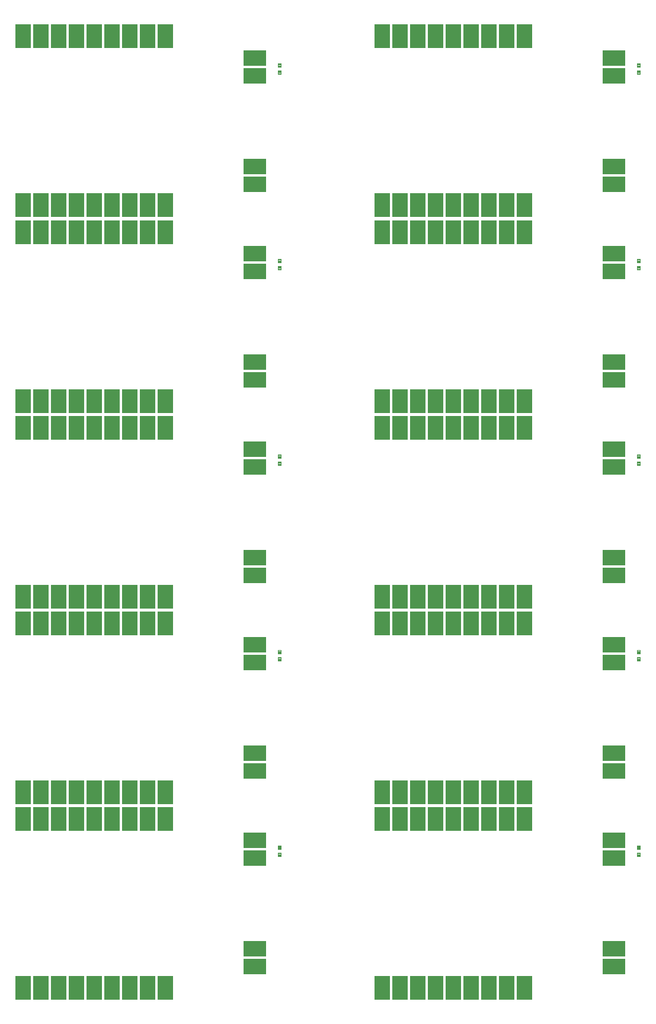
<source format=gbp>
G04 EAGLE Gerber RS-274X export*
G75*
%MOMM*%
%FSLAX34Y34*%
%LPD*%
%INSolderpaste Bottom*%
%IPPOS*%
%AMOC8*
5,1,8,0,0,1.08239X$1,22.5*%
G01*
%ADD10R,2.200000X3.400000*%
%ADD11R,3.254000X2.254000*%
%ADD12C,0.102000*%


D10*
X78600Y258211D03*
D11*
X409600Y227211D03*
X409600Y201811D03*
X409600Y72611D03*
X409600Y47211D03*
D10*
X104000Y258211D03*
X129400Y258211D03*
X154800Y258211D03*
X180200Y258211D03*
X205600Y258211D03*
X231000Y258211D03*
X256400Y258211D03*
X281800Y258211D03*
X78600Y16911D03*
X104000Y16911D03*
X129400Y16911D03*
X154800Y16911D03*
X180200Y16911D03*
X205600Y16911D03*
X231000Y16911D03*
X256400Y16911D03*
X281800Y16911D03*
D12*
X442010Y214651D02*
X442010Y219631D01*
X446990Y219631D01*
X446990Y214651D01*
X442010Y214651D01*
X442010Y215620D02*
X446990Y215620D01*
X446990Y216589D02*
X442010Y216589D01*
X442010Y217558D02*
X446990Y217558D01*
X446990Y218527D02*
X442010Y218527D01*
X442010Y219496D02*
X446990Y219496D01*
X442010Y209631D02*
X442010Y204651D01*
X442010Y209631D02*
X446990Y209631D01*
X446990Y204651D01*
X442010Y204651D01*
X442010Y205620D02*
X446990Y205620D01*
X446990Y206589D02*
X442010Y206589D01*
X442010Y207558D02*
X446990Y207558D01*
X446990Y208527D02*
X442010Y208527D01*
X442010Y209496D02*
X446990Y209496D01*
D10*
X591680Y258211D03*
D11*
X922680Y227211D03*
X922680Y201811D03*
X922680Y72611D03*
X922680Y47211D03*
D10*
X617080Y258211D03*
X642480Y258211D03*
X667880Y258211D03*
X693280Y258211D03*
X718680Y258211D03*
X744080Y258211D03*
X769480Y258211D03*
X794880Y258211D03*
X591680Y16911D03*
X617080Y16911D03*
X642480Y16911D03*
X667880Y16911D03*
X693280Y16911D03*
X718680Y16911D03*
X744080Y16911D03*
X769480Y16911D03*
X794880Y16911D03*
D12*
X955090Y214651D02*
X955090Y219631D01*
X960070Y219631D01*
X960070Y214651D01*
X955090Y214651D01*
X955090Y215620D02*
X960070Y215620D01*
X960070Y216589D02*
X955090Y216589D01*
X955090Y217558D02*
X960070Y217558D01*
X960070Y218527D02*
X955090Y218527D01*
X955090Y219496D02*
X960070Y219496D01*
X955090Y209631D02*
X955090Y204651D01*
X955090Y209631D02*
X960070Y209631D01*
X960070Y204651D01*
X955090Y204651D01*
X955090Y205620D02*
X960070Y205620D01*
X960070Y206589D02*
X955090Y206589D01*
X955090Y207558D02*
X960070Y207558D01*
X960070Y208527D02*
X955090Y208527D01*
X955090Y209496D02*
X960070Y209496D01*
D10*
X78600Y537687D03*
D11*
X409600Y506687D03*
X409600Y481287D03*
X409600Y352087D03*
X409600Y326687D03*
D10*
X104000Y537687D03*
X129400Y537687D03*
X154800Y537687D03*
X180200Y537687D03*
X205600Y537687D03*
X231000Y537687D03*
X256400Y537687D03*
X281800Y537687D03*
X78600Y296387D03*
X104000Y296387D03*
X129400Y296387D03*
X154800Y296387D03*
X180200Y296387D03*
X205600Y296387D03*
X231000Y296387D03*
X256400Y296387D03*
X281800Y296387D03*
D12*
X442010Y494127D02*
X442010Y499107D01*
X446990Y499107D01*
X446990Y494127D01*
X442010Y494127D01*
X442010Y495096D02*
X446990Y495096D01*
X446990Y496065D02*
X442010Y496065D01*
X442010Y497034D02*
X446990Y497034D01*
X446990Y498003D02*
X442010Y498003D01*
X442010Y498972D02*
X446990Y498972D01*
X442010Y489107D02*
X442010Y484127D01*
X442010Y489107D02*
X446990Y489107D01*
X446990Y484127D01*
X442010Y484127D01*
X442010Y485096D02*
X446990Y485096D01*
X446990Y486065D02*
X442010Y486065D01*
X442010Y487034D02*
X446990Y487034D01*
X446990Y488003D02*
X442010Y488003D01*
X442010Y488972D02*
X446990Y488972D01*
D10*
X591680Y537687D03*
D11*
X922680Y506687D03*
X922680Y481287D03*
X922680Y352087D03*
X922680Y326687D03*
D10*
X617080Y537687D03*
X642480Y537687D03*
X667880Y537687D03*
X693280Y537687D03*
X718680Y537687D03*
X744080Y537687D03*
X769480Y537687D03*
X794880Y537687D03*
X591680Y296387D03*
X617080Y296387D03*
X642480Y296387D03*
X667880Y296387D03*
X693280Y296387D03*
X718680Y296387D03*
X744080Y296387D03*
X769480Y296387D03*
X794880Y296387D03*
D12*
X955090Y494127D02*
X955090Y499107D01*
X960070Y499107D01*
X960070Y494127D01*
X955090Y494127D01*
X955090Y495096D02*
X960070Y495096D01*
X960070Y496065D02*
X955090Y496065D01*
X955090Y497034D02*
X960070Y497034D01*
X960070Y498003D02*
X955090Y498003D01*
X955090Y498972D02*
X960070Y498972D01*
X955090Y489107D02*
X955090Y484127D01*
X955090Y489107D02*
X960070Y489107D01*
X960070Y484127D01*
X955090Y484127D01*
X955090Y485096D02*
X960070Y485096D01*
X960070Y486065D02*
X955090Y486065D01*
X955090Y487034D02*
X960070Y487034D01*
X960070Y488003D02*
X955090Y488003D01*
X955090Y488972D02*
X960070Y488972D01*
D10*
X78600Y817163D03*
D11*
X409600Y786163D03*
X409600Y760763D03*
X409600Y631563D03*
X409600Y606163D03*
D10*
X104000Y817163D03*
X129400Y817163D03*
X154800Y817163D03*
X180200Y817163D03*
X205600Y817163D03*
X231000Y817163D03*
X256400Y817163D03*
X281800Y817163D03*
X78600Y575863D03*
X104000Y575863D03*
X129400Y575863D03*
X154800Y575863D03*
X180200Y575863D03*
X205600Y575863D03*
X231000Y575863D03*
X256400Y575863D03*
X281800Y575863D03*
D12*
X442010Y773603D02*
X442010Y778583D01*
X446990Y778583D01*
X446990Y773603D01*
X442010Y773603D01*
X442010Y774572D02*
X446990Y774572D01*
X446990Y775541D02*
X442010Y775541D01*
X442010Y776510D02*
X446990Y776510D01*
X446990Y777479D02*
X442010Y777479D01*
X442010Y778448D02*
X446990Y778448D01*
X442010Y768583D02*
X442010Y763603D01*
X442010Y768583D02*
X446990Y768583D01*
X446990Y763603D01*
X442010Y763603D01*
X442010Y764572D02*
X446990Y764572D01*
X446990Y765541D02*
X442010Y765541D01*
X442010Y766510D02*
X446990Y766510D01*
X446990Y767479D02*
X442010Y767479D01*
X442010Y768448D02*
X446990Y768448D01*
D10*
X591680Y817163D03*
D11*
X922680Y786163D03*
X922680Y760763D03*
X922680Y631563D03*
X922680Y606163D03*
D10*
X617080Y817163D03*
X642480Y817163D03*
X667880Y817163D03*
X693280Y817163D03*
X718680Y817163D03*
X744080Y817163D03*
X769480Y817163D03*
X794880Y817163D03*
X591680Y575863D03*
X617080Y575863D03*
X642480Y575863D03*
X667880Y575863D03*
X693280Y575863D03*
X718680Y575863D03*
X744080Y575863D03*
X769480Y575863D03*
X794880Y575863D03*
D12*
X955090Y773603D02*
X955090Y778583D01*
X960070Y778583D01*
X960070Y773603D01*
X955090Y773603D01*
X955090Y774572D02*
X960070Y774572D01*
X960070Y775541D02*
X955090Y775541D01*
X955090Y776510D02*
X960070Y776510D01*
X960070Y777479D02*
X955090Y777479D01*
X955090Y778448D02*
X960070Y778448D01*
X955090Y768583D02*
X955090Y763603D01*
X955090Y768583D02*
X960070Y768583D01*
X960070Y763603D01*
X955090Y763603D01*
X955090Y764572D02*
X960070Y764572D01*
X960070Y765541D02*
X955090Y765541D01*
X955090Y766510D02*
X960070Y766510D01*
X960070Y767479D02*
X955090Y767479D01*
X955090Y768448D02*
X960070Y768448D01*
D10*
X78600Y1096639D03*
D11*
X409600Y1065639D03*
X409600Y1040239D03*
X409600Y911039D03*
X409600Y885639D03*
D10*
X104000Y1096639D03*
X129400Y1096639D03*
X154800Y1096639D03*
X180200Y1096639D03*
X205600Y1096639D03*
X231000Y1096639D03*
X256400Y1096639D03*
X281800Y1096639D03*
X78600Y855339D03*
X104000Y855339D03*
X129400Y855339D03*
X154800Y855339D03*
X180200Y855339D03*
X205600Y855339D03*
X231000Y855339D03*
X256400Y855339D03*
X281800Y855339D03*
D12*
X442010Y1053079D02*
X442010Y1058059D01*
X446990Y1058059D01*
X446990Y1053079D01*
X442010Y1053079D01*
X442010Y1054048D02*
X446990Y1054048D01*
X446990Y1055017D02*
X442010Y1055017D01*
X442010Y1055986D02*
X446990Y1055986D01*
X446990Y1056955D02*
X442010Y1056955D01*
X442010Y1057924D02*
X446990Y1057924D01*
X442010Y1048059D02*
X442010Y1043079D01*
X442010Y1048059D02*
X446990Y1048059D01*
X446990Y1043079D01*
X442010Y1043079D01*
X442010Y1044048D02*
X446990Y1044048D01*
X446990Y1045017D02*
X442010Y1045017D01*
X442010Y1045986D02*
X446990Y1045986D01*
X446990Y1046955D02*
X442010Y1046955D01*
X442010Y1047924D02*
X446990Y1047924D01*
D10*
X591680Y1096639D03*
D11*
X922680Y1065639D03*
X922680Y1040239D03*
X922680Y911039D03*
X922680Y885639D03*
D10*
X617080Y1096639D03*
X642480Y1096639D03*
X667880Y1096639D03*
X693280Y1096639D03*
X718680Y1096639D03*
X744080Y1096639D03*
X769480Y1096639D03*
X794880Y1096639D03*
X591680Y855339D03*
X617080Y855339D03*
X642480Y855339D03*
X667880Y855339D03*
X693280Y855339D03*
X718680Y855339D03*
X744080Y855339D03*
X769480Y855339D03*
X794880Y855339D03*
D12*
X955090Y1053079D02*
X955090Y1058059D01*
X960070Y1058059D01*
X960070Y1053079D01*
X955090Y1053079D01*
X955090Y1054048D02*
X960070Y1054048D01*
X960070Y1055017D02*
X955090Y1055017D01*
X955090Y1055986D02*
X960070Y1055986D01*
X960070Y1056955D02*
X955090Y1056955D01*
X955090Y1057924D02*
X960070Y1057924D01*
X955090Y1048059D02*
X955090Y1043079D01*
X955090Y1048059D02*
X960070Y1048059D01*
X960070Y1043079D01*
X955090Y1043079D01*
X955090Y1044048D02*
X960070Y1044048D01*
X960070Y1045017D02*
X955090Y1045017D01*
X955090Y1045986D02*
X960070Y1045986D01*
X960070Y1046955D02*
X955090Y1046955D01*
X955090Y1047924D02*
X960070Y1047924D01*
D10*
X78600Y1376141D03*
D11*
X409600Y1345141D03*
X409600Y1319741D03*
X409600Y1190541D03*
X409600Y1165141D03*
D10*
X104000Y1376141D03*
X129400Y1376141D03*
X154800Y1376141D03*
X180200Y1376141D03*
X205600Y1376141D03*
X231000Y1376141D03*
X256400Y1376141D03*
X281800Y1376141D03*
X78600Y1134841D03*
X104000Y1134841D03*
X129400Y1134841D03*
X154800Y1134841D03*
X180200Y1134841D03*
X205600Y1134841D03*
X231000Y1134841D03*
X256400Y1134841D03*
X281800Y1134841D03*
D12*
X442010Y1332581D02*
X442010Y1337561D01*
X446990Y1337561D01*
X446990Y1332581D01*
X442010Y1332581D01*
X442010Y1333550D02*
X446990Y1333550D01*
X446990Y1334519D02*
X442010Y1334519D01*
X442010Y1335488D02*
X446990Y1335488D01*
X446990Y1336457D02*
X442010Y1336457D01*
X442010Y1337426D02*
X446990Y1337426D01*
X442010Y1327561D02*
X442010Y1322581D01*
X442010Y1327561D02*
X446990Y1327561D01*
X446990Y1322581D01*
X442010Y1322581D01*
X442010Y1323550D02*
X446990Y1323550D01*
X446990Y1324519D02*
X442010Y1324519D01*
X442010Y1325488D02*
X446990Y1325488D01*
X446990Y1326457D02*
X442010Y1326457D01*
X442010Y1327426D02*
X446990Y1327426D01*
D10*
X591680Y1376141D03*
D11*
X922680Y1345141D03*
X922680Y1319741D03*
X922680Y1190541D03*
X922680Y1165141D03*
D10*
X617080Y1376141D03*
X642480Y1376141D03*
X667880Y1376141D03*
X693280Y1376141D03*
X718680Y1376141D03*
X744080Y1376141D03*
X769480Y1376141D03*
X794880Y1376141D03*
X591680Y1134841D03*
X617080Y1134841D03*
X642480Y1134841D03*
X667880Y1134841D03*
X693280Y1134841D03*
X718680Y1134841D03*
X744080Y1134841D03*
X769480Y1134841D03*
X794880Y1134841D03*
D12*
X955090Y1332581D02*
X955090Y1337561D01*
X960070Y1337561D01*
X960070Y1332581D01*
X955090Y1332581D01*
X955090Y1333550D02*
X960070Y1333550D01*
X960070Y1334519D02*
X955090Y1334519D01*
X955090Y1335488D02*
X960070Y1335488D01*
X960070Y1336457D02*
X955090Y1336457D01*
X955090Y1337426D02*
X960070Y1337426D01*
X955090Y1327561D02*
X955090Y1322581D01*
X955090Y1327561D02*
X960070Y1327561D01*
X960070Y1322581D01*
X955090Y1322581D01*
X955090Y1323550D02*
X960070Y1323550D01*
X960070Y1324519D02*
X955090Y1324519D01*
X955090Y1325488D02*
X960070Y1325488D01*
X960070Y1326457D02*
X955090Y1326457D01*
X955090Y1327426D02*
X960070Y1327426D01*
M02*

</source>
